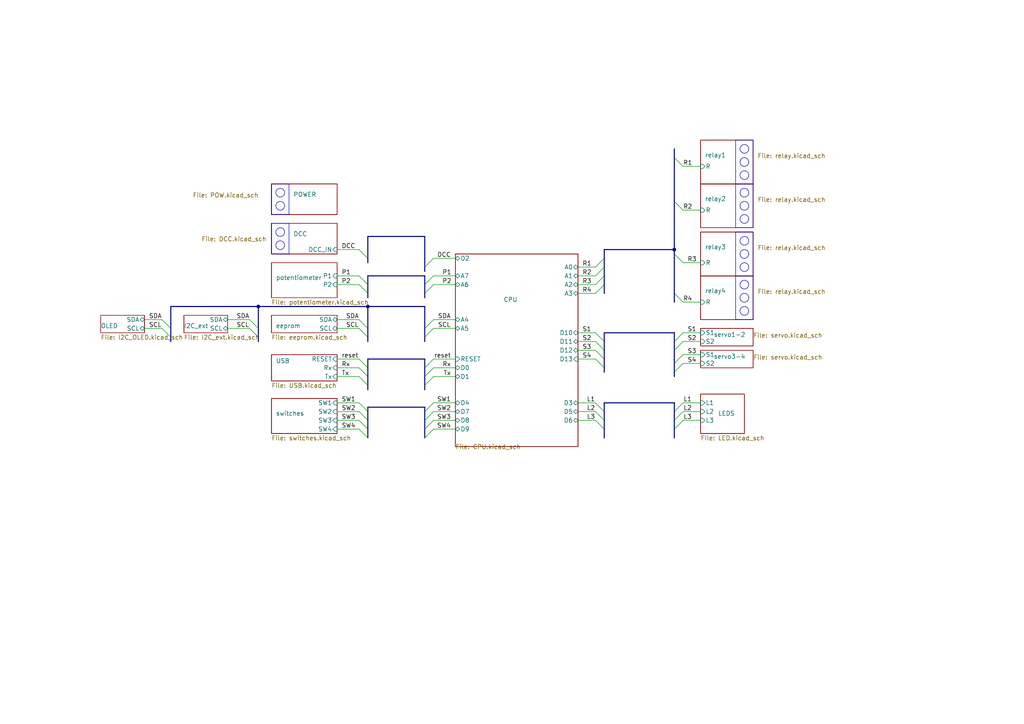
<source format=kicad_sch>
(kicad_sch (version 20230121) (generator eeschema)
  (paper "A4")
  (lib_symbols)
  (bus_alias "relay" (members "A" "B" "C" "D"))
  (bus_alias "servo" (members "A" "B" "C" "D"))
  (junction (at 74.93 88.9))
  (junction (at 106.68 88.9))
  (junction (at 195.58 72.39))
  (bus_entry (at 195.58 105.41) (size 2.54 -2.54))
  (bus_entry (at 46.99 95.25) (size 2.54 2.54))
  (bus_entry (at 195.58 45.72) (size 2.54 2.54))
  (bus_entry (at 123.19 119.38) (size 2.54 -2.54))
  (bus_entry (at 172.72 96.52) (size 2.54 2.54))
  (bus_entry (at 172.72 104.14) (size 2.54 2.54))
  (bus_entry (at 198.12 96.52) (size -2.54 2.54))
  (bus_entry (at 198.12 121.92) (size -2.54 2.54))
  (bus_entry (at 195.58 58.42) (size 2.54 2.54))
  (bus_entry (at 72.39 95.25) (size 2.54 2.54))
  (bus_entry (at 195.58 73.66) (size 2.54 2.54))
  (bus_entry (at 104.14 104.14) (size 2.54 2.54))
  (bus_entry (at 198.12 116.84) (size -2.54 2.54))
  (bus_entry (at 123.19 124.46) (size 2.54 -2.54))
  (bus_entry (at 46.99 92.71) (size 2.54 2.54))
  (bus_entry (at 195.58 107.95) (size 2.54 -2.54))
  (bus_entry (at 104.14 72.39) (size 2.54 2.54))
  (bus_entry (at 104.14 95.25) (size 2.54 2.54))
  (bus_entry (at 72.39 92.71) (size 2.54 2.54))
  (bus_entry (at 123.19 109.22) (size 2.54 -2.54))
  (bus_entry (at 104.14 116.84) (size 2.54 2.54))
  (bus_entry (at 172.72 82.55) (size 2.54 -2.54))
  (bus_entry (at 172.72 77.47) (size 2.54 -2.54))
  (bus_entry (at 104.14 82.55) (size 2.54 2.54))
  (bus_entry (at 104.14 92.71) (size 2.54 2.54))
  (bus_entry (at 172.72 99.06) (size 2.54 2.54))
  (bus_entry (at 125.73 82.55) (size -2.54 2.54))
  (bus_entry (at 125.73 92.71) (size -2.54 2.54))
  (bus_entry (at 172.72 121.92) (size 2.54 2.54))
  (bus_entry (at 104.14 119.38) (size 2.54 2.54))
  (bus_entry (at 195.58 85.09) (size 2.54 2.54))
  (bus_entry (at 172.72 80.01) (size 2.54 -2.54))
  (bus_entry (at 172.72 101.6) (size 2.54 2.54))
  (bus_entry (at 104.14 106.68) (size 2.54 2.54))
  (bus_entry (at 104.14 124.46) (size 2.54 2.54))
  (bus_entry (at 125.73 80.01) (size -2.54 2.54))
  (bus_entry (at 123.19 77.47) (size 2.54 -2.54))
  (bus_entry (at 123.19 127) (size 2.54 -2.54))
  (bus_entry (at 104.14 121.92) (size 2.54 2.54))
  (bus_entry (at 104.14 80.01) (size 2.54 2.54))
  (bus_entry (at 123.19 121.92) (size 2.54 -2.54))
  (bus_entry (at 123.19 111.76) (size 2.54 -2.54))
  (bus_entry (at 172.72 119.38) (size 2.54 2.54))
  (bus_entry (at 198.12 99.06) (size -2.54 2.54))
  (bus_entry (at 172.72 116.84) (size 2.54 2.54))
  (bus_entry (at 104.14 109.22) (size 2.54 2.54))
  (bus_entry (at 172.72 85.09) (size 2.54 -2.54))
  (bus_entry (at 123.19 106.68) (size 2.54 -2.54))
  (bus_entry (at 125.73 95.25) (size -2.54 2.54))
  (bus_entry (at 198.12 119.38) (size -2.54 2.54))
  (bus (pts (xy 175.26 96.52) (xy 175.26 99.06)))
  (bus (pts (xy 123.19 119.38) (xy 123.19 121.92)))
  (bus (pts (xy 123.19 85.09) (xy 123.19 86.36)))
  (wire (pts (xy 203.2 116.84) (xy 198.12 116.84)))
  (bus (pts (xy 123.19 95.25) (xy 123.19 97.79)))
  (wire (pts (xy 198.12 60.96) (xy 203.2 60.96)))
  (wire (pts (xy 97.79 95.25) (xy 104.14 95.25)))
  (wire (pts (xy 132.08 106.68) (xy 125.73 106.68)))
  (wire (pts (xy 97.79 109.22) (xy 104.14 109.22)))
  (bus (pts (xy 106.68 106.68) (xy 106.68 109.22)))
  (wire (pts (xy 125.73 82.55) (xy 132.08 82.55)))
  (bus (pts (xy 175.26 101.6) (xy 175.26 104.14)))
  (bus (pts (xy 175.26 72.39) (xy 175.26 74.93)))
  (bus (pts (xy 195.58 119.38) (xy 195.58 121.92)))
  (wire (pts (xy 203.2 119.38) (xy 198.12 119.38)))
  (wire (pts (xy 167.64 104.14) (xy 172.72 104.14)))
  (wire (pts (xy 97.79 106.68) (xy 104.14 106.68)))
  (bus (pts (xy 123.19 121.92) (xy 123.19 124.46)))
  (wire (pts (xy 198.12 102.87) (xy 203.2 102.87)))
  (bus (pts (xy 106.68 97.79) (xy 106.68 95.25)))
  (bus (pts (xy 123.19 118.11) (xy 106.68 118.11)))
  (bus (pts (xy 106.68 74.93) (xy 106.68 76.2)))
  (wire (pts (xy 97.79 80.01) (xy 104.14 80.01)))
  (bus (pts (xy 195.58 124.46) (xy 195.58 127)))
  (wire (pts (xy 125.73 109.22) (xy 132.08 109.22)))
  (wire (pts (xy 198.12 96.52) (xy 203.2 96.52)))
  (wire (pts (xy 125.73 104.14) (xy 132.08 104.14)))
  (wire (pts (xy 97.79 72.39) (xy 104.14 72.39)))
  (bus (pts (xy 74.93 88.9) (xy 74.93 95.25)))
  (bus (pts (xy 195.58 73.66) (xy 195.58 85.09)))
  (wire (pts (xy 198.12 48.26) (xy 203.2 48.26)))
  (bus (pts (xy 175.26 80.01) (xy 175.26 82.55)))
  (wire (pts (xy 203.2 121.92) (xy 198.12 121.92)))
  (bus (pts (xy 195.58 58.42) (xy 195.58 72.39)))
  (bus (pts (xy 195.58 85.09) (xy 195.58 87.63)))
  (wire (pts (xy 125.73 116.84) (xy 132.08 116.84)))
  (wire (pts (xy 198.12 76.2) (xy 203.2 76.2)))
  (wire (pts (xy 198.12 105.41) (xy 203.2 105.41)))
  (bus (pts (xy 195.58 116.84) (xy 195.58 119.38)))
  (wire (pts (xy 167.64 121.92) (xy 172.72 121.92)))
  (wire (pts (xy 167.64 85.09) (xy 172.72 85.09)))
  (bus (pts (xy 175.26 77.47) (xy 175.26 80.01)))
  (bus (pts (xy 123.19 68.58) (xy 123.19 77.47)))
  (wire (pts (xy 167.64 116.84) (xy 172.72 116.84)))
  (bus (pts (xy 123.19 124.46) (xy 123.19 127)))
  (bus (pts (xy 106.68 121.92) (xy 106.68 119.38)))
  (bus (pts (xy 123.19 104.14) (xy 123.19 106.68)))
  (bus (pts (xy 175.26 72.39) (xy 195.58 72.39)))
  (wire (pts (xy 41.91 95.25) (xy 46.99 95.25)))
  (bus (pts (xy 106.68 127) (xy 106.68 124.46)))
  (wire (pts (xy 104.14 116.84) (xy 97.79 116.84)))
  (bus (pts (xy 106.68 124.46) (xy 106.68 121.92)))
  (bus (pts (xy 106.68 85.09) (xy 106.68 82.55)))
  (bus (pts (xy 123.19 109.22) (xy 123.19 111.76)))
  (bus (pts (xy 123.19 118.11) (xy 123.19 119.38)))
  (bus (pts (xy 175.26 96.52) (xy 195.58 96.52)))
  (bus (pts (xy 123.19 82.55) (xy 123.19 85.09)))
  (bus (pts (xy 175.26 106.68) (xy 175.26 107.95)))
  (bus (pts (xy 123.19 77.47) (xy 123.19 78.74)))
  (bus (pts (xy 195.58 105.41) (xy 195.58 107.95)))
  (bus (pts (xy 195.58 43.18) (xy 195.58 45.72)))
  (wire (pts (xy 125.73 92.71) (xy 132.08 92.71)))
  (bus (pts (xy 123.19 80.01) (xy 123.19 82.55)))
  (bus (pts (xy 49.53 97.79) (xy 49.53 99.06)))
  (bus (pts (xy 74.93 97.79) (xy 74.93 95.25)))
  (bus (pts (xy 195.58 107.95) (xy 195.58 109.22)))
  (bus (pts (xy 175.26 74.93) (xy 175.26 77.47)))
  (wire (pts (xy 66.04 95.25) (xy 72.39 95.25)))
  (bus (pts (xy 106.68 82.55) (xy 106.68 80.01)))
  (bus (pts (xy 106.68 118.11) (xy 106.68 119.38)))
  (wire (pts (xy 167.64 82.55) (xy 172.72 82.55)))
  (wire (pts (xy 125.73 80.01) (xy 132.08 80.01)))
  (bus (pts (xy 49.53 88.9) (xy 49.53 95.25)))
  (wire (pts (xy 167.64 101.6) (xy 172.72 101.6)))
  (bus (pts (xy 195.58 96.52) (xy 195.58 99.06)))
  (wire (pts (xy 125.73 74.93) (xy 132.08 74.93)))
  (wire (pts (xy 104.14 121.92) (xy 97.79 121.92)))
  (bus (pts (xy 175.26 121.92) (xy 175.26 124.46)))
  (bus (pts (xy 74.93 88.9) (xy 106.68 88.9)))
  (bus (pts (xy 106.68 88.9) (xy 123.19 88.9)))
  (bus (pts (xy 74.93 88.9) (xy 49.53 88.9)))
  (wire (pts (xy 104.14 119.38) (xy 97.79 119.38)))
  (wire (pts (xy 104.14 124.46) (xy 97.79 124.46)))
  (bus (pts (xy 175.26 116.84) (xy 175.26 119.38)))
  (wire (pts (xy 167.64 77.47) (xy 172.72 77.47)))
  (bus (pts (xy 123.19 97.79) (xy 123.19 99.06)))
  (wire (pts (xy 167.64 99.06) (xy 172.72 99.06)))
  (bus (pts (xy 123.19 88.9) (xy 123.19 95.25)))
  (bus (pts (xy 175.26 82.55) (xy 175.26 85.09)))
  (bus (pts (xy 175.26 99.06) (xy 175.26 101.6)))
  (bus (pts (xy 49.53 95.25) (xy 49.53 97.79)))
  (bus (pts (xy 195.58 121.92) (xy 195.58 124.46)))
  (wire (pts (xy 167.64 80.01) (xy 172.72 80.01)))
  (wire (pts (xy 167.64 96.52) (xy 172.72 96.52)))
  (bus (pts (xy 175.26 119.38) (xy 175.26 121.92)))
  (bus (pts (xy 123.19 106.68) (xy 123.19 109.22)))
  (bus (pts (xy 74.93 99.06) (xy 74.93 97.79)))
  (bus (pts (xy 106.68 104.14) (xy 123.19 104.14)))
  (wire (pts (xy 97.79 104.14) (xy 104.14 104.14)))
  (bus (pts (xy 195.58 45.72) (xy 195.58 58.42)))
  (bus (pts (xy 106.68 99.06) (xy 106.68 97.79)))
  (bus (pts (xy 106.68 104.14) (xy 106.68 106.68)))
  (wire (pts (xy 125.73 95.25) (xy 132.08 95.25)))
  (bus (pts (xy 195.58 72.39) (xy 195.58 73.66)))
  (wire (pts (xy 167.64 119.38) (xy 172.72 119.38)))
  (bus (pts (xy 123.19 68.58) (xy 106.68 68.58)))
  (bus (pts (xy 106.68 86.36) (xy 106.68 85.09)))
  (bus (pts (xy 106.68 111.76) (xy 106.68 113.03)))
  (wire (pts (xy 125.73 124.46) (xy 132.08 124.46)))
  (wire (pts (xy 198.12 87.63) (xy 203.2 87.63)))
  (bus (pts (xy 106.68 109.22) (xy 106.68 111.76)))
  (wire (pts (xy 66.04 92.71) (xy 72.39 92.71)))
  (bus (pts (xy 195.58 99.06) (xy 195.58 101.6)))
  (bus (pts (xy 106.68 80.01) (xy 123.19 80.01)))
  (wire (pts (xy 125.73 119.38) (xy 132.08 119.38)))
  (bus (pts (xy 106.68 68.58) (xy 106.68 74.93)))
  (bus (pts (xy 175.26 104.14) (xy 175.26 106.68)))
  (bus (pts (xy 123.19 111.76) (xy 123.19 113.03)))
  (wire (pts (xy 97.79 82.55) (xy 104.14 82.55)))
  (bus (pts (xy 106.68 88.9) (xy 106.68 95.25)))
  (wire (pts (xy 125.73 121.92) (xy 132.08 121.92)))
  (wire (pts (xy 97.79 92.71) (xy 104.14 92.71)))
  (wire (pts (xy 41.91 92.71) (xy 46.99 92.71)))
  (bus (pts (xy 195.58 116.84) (xy 175.26 116.84)))
  (bus (pts (xy 175.26 124.46) (xy 175.26 127)))
  (wire (pts (xy 198.12 99.06) (xy 203.2 99.06)))
  (bus (pts (xy 195.58 101.6) (xy 195.58 105.41)))
  (circle (center 215.9 82.55) (radius 1.27))
  (rectangle (start 78.74 53.34) (end 83.82 62.23))
  (circle (center 215.9 73.66) (radius 1.27))
  (circle (center 215.9 90.17) (radius 1.27))
  (rectangle (start 213.36 67.31) (end 218.44 80.01))
  (circle (center 215.9 50.8) (radius 1.27))
  (circle (center 215.9 86.36) (radius 1.27))
  (rectangle (start 213.36 80.01) (end 218.44 92.71))
  (circle (center 81.28 55.88) (radius 1.27))
  (rectangle (start 213.36 53.34) (end 218.44 66.04))
  (circle (center 215.9 69.85) (radius 1.27))
  (circle (center 215.9 55.88) (radius 1.27))
  (circle (center 81.28 71.12) (radius 1.27))
  (circle (center 215.9 46.99) (radius 1.27))
  (circle (center 81.28 67.31) (radius 1.27))
  (circle (center 215.9 77.47) (radius 1.27))
  (circle (center 215.9 63.5) (radius 1.27))
  (rectangle (start 213.36 40.64) (end 218.44 53.34))
  (circle (center 81.28 59.69) (radius 1.27))
  (circle (center 215.9 59.69) (radius 1.27))
  (rectangle (start 78.74 64.77) (end 83.82 73.66))
  (circle (center 215.9 43.18) (radius 1.27))
  (label "P1" (at 99.06 80.01 0))
  (label "SCL" (at 68.58 95.25 0))
  (label "SDA" (at 68.58 92.71 0))
  (label "SDA" (at 127 92.71 0))
  (label "L2" (at 200.66 119.38 180))
  (label "R1" (at 168.91 77.47 0))
  (label "S3" (at 199.39 102.87 0))
  (label "Tx" (at 130.81 109.22 180))
  (label "SDA" (at 100.33 92.71 0))
  (label "P1" (at 128.27 80.01 0))
  (label "R3" (at 168.91 82.55 0))
  (label "SW3" (at 130.81 121.92 180))
  (label "S3" (at 168.91 101.6 0))
  (label "R3" (at 199.39 76.2 0))
  (label "SW2" (at 130.81 119.38 180))
  (label "L1" (at 200.66 116.84 180))
  (label "reset" (at 99.06 104.14 0))
  (label "SW2" (at 99.06 119.38 0))
  (label "Tx" (at 99.06 109.22 0))
  (label "R4" (at 168.91 85.09 0))
  (label "P2" (at 128.27 82.55 0))
  (label "Rx" (at 130.81 106.68 180))
  (label "DCC" (at 99.06 72.39 0))
  (label "SCL" (at 127 95.25 0))
  (label "R2" (at 198.12 60.96 0))
  (label "Rx" (at 99.06 106.68 0))
  (label "DCC" (at 130.81 74.93 180))
  (label "R1" (at 198.12 48.26 0))
  (label "S2" (at 168.91 99.06 0))
  (label "S1" (at 168.91 96.52 0))
  (label "SCL" (at 43.18 95.25 0))
  (label "S4" (at 199.39 105.41 0))
  (label "SW1" (at 99.06 116.84 0))
  (label "SW1" (at 130.81 116.84 180))
  (label "L3" (at 200.66 121.92 180))
  (label "SDA" (at 43.18 92.71 0))
  (label "S1" (at 199.39 96.52 0))
  (label "L2" (at 170.18 119.38 0))
  (label "SW4" (at 99.06 124.46 0))
  (label "R4" (at 198.12 87.63 0))
  (label "L3" (at 170.18 121.92 0))
  (label "P2" (at 99.06 82.55 0))
  (label "R2" (at 168.91 80.01 0))
  (label "SW4" (at 130.81 124.46 180))
  (label "S2" (at 199.39 99.06 0))
  (label "SW3" (at 99.06 121.92 0))
  (label "SCL" (at 100.33 95.25 0))
  (label "reset" (at 130.81 104.14 180))
  (label "L1" (at 170.18 116.84 0))
  (label "S4" (at 168.91 104.14 0))
  (sheet (at 78.74 53.34) (size 19.05 8.89) (stroke (width 0.1524))
    (property "Sheetname" "POWER" (at 85.09 57.15 0) (effects (justify left bottom)))
    (property "Sheetfile" "POW.kicad_sch" (at 55.88 55.88 0) (effects (justify left top)))
  )
  (sheet (at 203.2 67.31) (size 15.24 12.7) (stroke (width 0.1524))
    (property "Sheetname" "relay3" (at 204.47 72.39 0) (effects (justify left bottom)))
    (property "Sheetfile" "relay.kicad_sch" (at 219.71 71.12 0) (effects (justify left top)))
    (pin "R" input (at 203.2 76.2 180))
  )
  (sheet (at 78.74 91.44) (size 19.05 5.08) (stroke (width 0.1524))
    (property "Sheetname" "eeprom" (at 80.01 95.25 0) (effects (justify left bottom)))
    (property "Sheetfile" "eeprom.kicad_sch" (at 78.74 97.1046 0) (effects (justify left top)))
    (pin "SCL" bidirectional (at 97.79 95.25 0))
    (pin "SDA" bidirectional (at 97.79 92.71 0))
  )
  (sheet (at 203.2 101.6) (size 15.24 5.08) (stroke (width 0.1524))
    (property "Sheetname" "servo3-4" (at 207.01 104.14 0) (effects (justify left bottom)))
    (property "Sheetfile" "servo.kicad_sch" (at 218.44 102.87 0) (effects (justify left top)))
    (pin "S1" input (at 203.2 102.87 180))
    (pin "S2" input (at 203.2 105.41 180))
  )
  (sheet (at 203.2 40.64) (size 15.24 12.7) (stroke (width 0.1524))
    (property "Sheetname" "relay1" (at 204.47 45.72 0) (effects (justify left bottom)))
    (property "Sheetfile" "relay.kicad_sch" (at 219.71 44.45 0) (effects (justify left top)))
    (pin "R" input (at 203.2 48.26 180))
  )
  (sheet (at 132.08 73.66) (size 35.56 55.88) (stroke (width 0.1524))
    (property "Sheetname" "CPU" (at 146.05 87.63 0) (effects (justify left bottom)))
    (property "Sheetfile" "CPU.kicad_sch" (at 132.08 128.8546 0) (effects (justify left top)))
    (pin "A6" bidirectional (at 132.08 82.55 180))
    (pin "D9" bidirectional (at 132.08 124.46 180))
    (pin "D8" bidirectional (at 132.08 121.92 180))
    (pin "D10" bidirectional (at 167.64 96.52 0))
    (pin "A7" bidirectional (at 132.08 80.01 180))
    (pin "D13" input (at 167.64 104.14 0))
    (pin "D12" bidirectional (at 167.64 101.6 0))
    (pin "D11" bidirectional (at 167.64 99.06 0))
    (pin "A0" bidirectional (at 167.64 77.47 0))
    (pin "A3" bidirectional (at 167.64 85.09 0))
    (pin "A1" bidirectional (at 167.64 80.01 0))
    (pin "A4" bidirectional (at 132.08 92.71 180))
    (pin "A2" bidirectional (at 167.64 82.55 0))
    (pin "A5" bidirectional (at 132.08 95.25 180))
    (pin "D7" bidirectional (at 132.08 119.38 180))
    (pin "D6" bidirectional (at 167.64 121.92 0))
    (pin "D3" bidirectional (at 167.64 116.84 0))
    (pin "D4" bidirectional (at 132.08 116.84 180))
    (pin "D5" bidirectional (at 167.64 119.38 0))
    (pin "D1" bidirectional (at 132.08 109.22 180))
    (pin "D0" bidirectional (at 132.08 106.68 180))
    (pin "D2" bidirectional (at 132.08 74.93 180))
    (pin "RESET" input (at 132.08 104.14 180))
  )
  (sheet (at 203.2 95.25) (size 15.24 5.08) (stroke (width 0.1524))
    (property "Sheetname" "servo1-2" (at 207.01 97.79 0) (effects (justify left bottom)))
    (property "Sheetfile" "servo.kicad_sch" (at 218.44 96.52 0) (effects (justify left top)))
    (pin "S1" input (at 203.2 96.52 180))
    (pin "S2" input (at 203.2 99.06 180))
  )
  (sheet (at 78.74 102.87) (size 19.05 7.62) (stroke (width 0.1524))
    (property "Sheetname" "USB" (at 80.01 105.41 0) (effects (justify left bottom)))
    (property "Sheetfile" "USB.kicad_sch" (at 78.74 111.0746 0) (effects (justify left top)))
    (pin "Tx" input (at 97.79 109.22 0))
    (pin "Rx" input (at 97.79 106.68 0))
    (pin "RESET" input (at 97.79 104.14 0))
  )
  (sheet (at 78.74 64.77) (size 19.05 8.89) (stroke (width 0.1524))
    (property "Sheetname" "DCC" (at 85.09 68.58 0) (effects (justify left bottom)))
    (property "Sheetfile" "DCC.kicad_sch" (at 58.42 68.58 0) (effects (justify left top)))
    (pin "DCC_IN" input (at 97.79 72.39 0))
  )
  (sheet (at 53.34 91.44) (size 12.7 5.08) (stroke (width 0.1524))
    (property "Sheetname" "I2C_ext" (at 53.34 95.25 0) (effects (justify left bottom)))
    (property "Sheetfile" "I2C_ext.kicad_sch" (at 53.34 97.1046 0) (effects (justify left top)))
    (pin "SCL" bidirectional (at 66.04 95.25 0))
    (pin "SDA" bidirectional (at 66.04 92.71 0))
  )
  (sheet (at 78.74 115.57) (size 19.05 10.16) (stroke (width 0.1524))
    (property "Sheetname" "switches" (at 80.01 120.65 0) (effects (justify left bottom)))
    (property "Sheetfile" "switches.kicad_sch" (at 78.74 126.3146 0) (effects (justify left top)))
    (pin "SW4" input (at 97.79 124.46 0))
    (pin "SW2" input (at 97.79 119.38 0))
    (pin "SW1" input (at 97.79 116.84 0))
    (pin "SW3" input (at 97.79 121.92 0))
  )
  (sheet (at 29.21 91.44) (size 12.7 5.08) (stroke (width 0.1524))
    (property "Sheetname" "OLED" (at 29.21 95.25 0) (effects (justify left bottom)))
    (property "Sheetfile" "I2C_OLED.kicad_sch" (at 29.21 97.1046 0) (effects (justify left top)))
    (pin "SDA" bidirectional (at 41.91 92.71 0))
    (pin "SCL" bidirectional (at 41.91 95.25 0))
  )
  (sheet (at 203.2 80.01) (size 15.24 12.7) (stroke (width 0.1524))
    (property "Sheetname" "relay4" (at 204.47 85.09 0) (effects (justify left bottom)))
    (property "Sheetfile" "relay.kicad_sch" (at 219.71 83.82 0) (effects (justify left top)))
    (pin "R" input (at 203.2 87.63 180))
  )
  (sheet (at 78.74 76.2) (size 19.05 10.16) (stroke (width 0.1524))
    (property "Sheetname" "potentiometer" (at 80.01 81.28 0) (effects (justify left bottom)))
    (property "Sheetfile" "potentiometer.kicad_sch" (at 78.74 86.9446 0) (effects (justify left top)))
    (pin "P2" input (at 97.79 82.55 0))
    (pin "P1" input (at 97.79 80.01 0))
  )
  (sheet (at 203.2 53.34) (size 15.24 12.7) (stroke (width 0.1524))
    (property "Sheetname" "relay2" (at 204.47 58.42 0) (effects (justify left bottom)))
    (property "Sheetfile" "relay.kicad_sch" (at 219.71 57.15 0) (effects (justify left top)))
    (pin "R" input (at 203.2 60.96 180))
  )
  (sheet (at 203.2 114.3) (size 12.7 11.43) (stroke (width 0.1524))
    (property "Sheetname" "LEDS" (at 208.28 120.65 0) (effects (justify left bottom)))
    (property "Sheetfile" "LED.kicad_sch" (at 203.2 126.3146 0) (effects (justify left top)))
    (pin "L3" input (at 203.2 121.92 180))
    (pin "L1" input (at 203.2 116.84 180))
    (pin "L2" input (at 203.2 119.38 180))
  )
)
</source>
